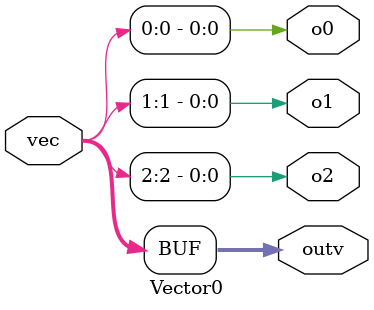
<source format=v>
module Vector0 (
    input wire [2:0] vec,
    output wire [2:0] outv,
    output wire o2,
    output wire o1,
    output wire o0
);  // Module body starts after module declaration

  assign outv = vec;
  assign o2   = vec[2];
  assign o1   = vec[1];
  assign o0   = vec[0];

endmodule


</source>
